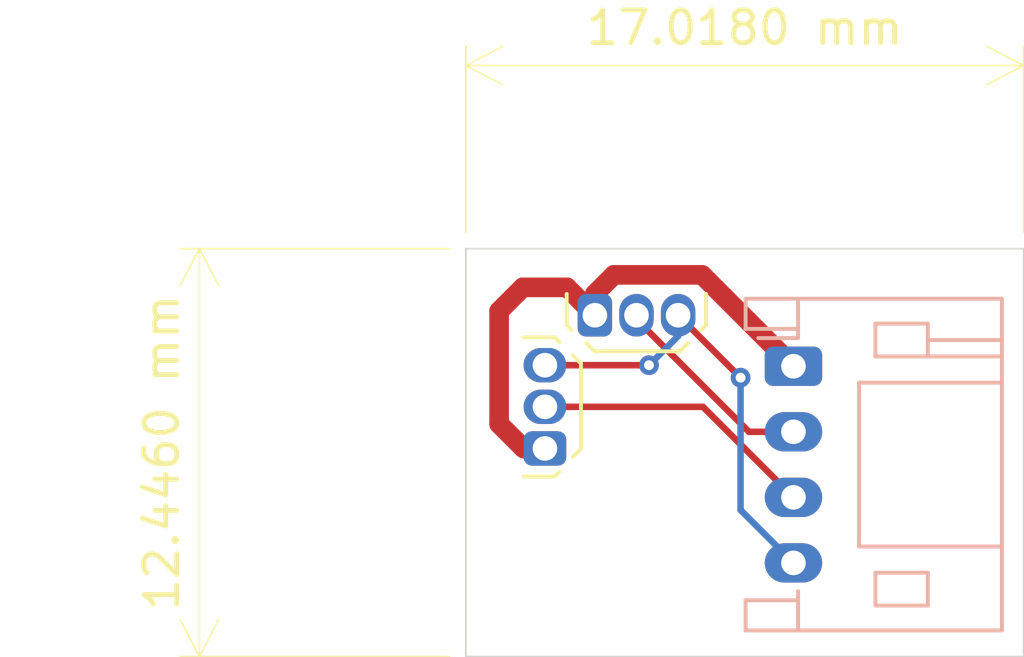
<source format=kicad_pcb>
(kicad_pcb (version 20240108) (generator "pcbnew") (generator_version "8.0")
  (layers (0 "F.Cu" signal) (31 "B.Cu" signal) (34 "B.Paste" user) (35 "F.Paste" user) (36 "B.SilkS" user "B.Silkscreen") (37 "F.SilkS" user "F.Silkscreen") (38 "B.Mask" user) (39 "F.Mask" user) (44 "Edge.Cuts" user))
  (net 0 "")
  (net 1 "Net-(J3-Pin_2)")
  (net 2 "+5V")
  (net 3 "GND")
  (net 4 "Net-(J3-Pin_3)")
  (footprint "Package_TO_SOT_THT:TO-92Flat" (layer "F.Cu") (at 148.463 73.914)
    (property "Reference" "U1" (hide yes))
    (property "Value" "A1101ELHL" (hide yes))
    (fp_line (start -0.86 0.3) (end -0.86 -0.65) (stroke (width 0.12)) (layer "F.SilkS"))
    (fp_line (start -0.71 0.45) (end -0.86 0.3) (stroke (width 0.12)) (layer "F.SilkS"))
    (fp_line (start -0.01 1.1) (end -0.26 0.85) (stroke (width 0.12)) (layer "F.SilkS"))
    (fp_line (start -0.01 1.1) (end 2.59 1.1) (stroke (width 0.12)) (layer "F.SilkS"))
    (fp_line (start 2.59 1.1) (end 2.84 0.85) (stroke (width 0.12)) (layer "F.SilkS"))
    (fp_line (start 3.24 0.45) (end 3.39 0.3) (stroke (width 0.12)) (layer "F.SilkS"))
    (fp_line (start 3.39 -0.65) (end 3.39 0.3) (stroke (width 0.12)) (layer "F.SilkS"))
    (pad "1" thru_hole roundrect (at 0 0) (size 1.05 1.3) (drill 0.75) (layers "*.Cu" "*.Mask") (roundrect_rratio 0.238) (net 2 "+5V"))
    (pad "2" thru_hole oval (at 1.27 0) (size 1.05 1.3) (drill 0.75) (layers "*.Cu" "*.Mask") (net 1 "Net-(J3-Pin_2)"))
    (pad "3" thru_hole oval (at 2.54 0) (size 1.05 1.3) (drill 0.75) (layers "*.Cu" "*.Mask") (net 3 "GND"))
  )
  (footprint "MountingHole:MountingHole_2.2mm_M2" (layer "F.Cu") (at 150.114 79.756)
    (property "Reference" "H1" (hide yes))
    (property "Value" "MountingHole" (hide yes))
    (pad "" np_thru_hole circle (at 0 0) (size 2.2 2.2) (drill 2.2) (layers "*.Cu" "*.Mask"))
  )
  (footprint "Package_TO_SOT_THT:TO-92Flat" (layer "F.Cu") (at 146.939 77.978 90)
    (property "Reference" "U2" (hide yes))
    (property "Value" "A1101ELHL" (hide yes))
    (fp_line (start 3.39 -0.65) (end 3.39 0.3) (stroke (width 0.12)) (layer "F.SilkS"))
    (fp_line (start -0.86 0.3) (end -0.86 -0.65) (stroke (width 0.12)) (layer "F.SilkS"))
    (fp_line (start 3.24 0.45) (end 3.39 0.3) (stroke (width 0.12)) (layer "F.SilkS"))
    (fp_line (start -0.71 0.45) (end -0.86 0.3) (stroke (width 0.12)) (layer "F.SilkS"))
    (fp_line (start 2.59 1.1) (end 2.84 0.85) (stroke (width 0.12)) (layer "F.SilkS"))
    (fp_line (start -0.01 1.1) (end -0.26 0.85) (stroke (width 0.12)) (layer "F.SilkS"))
    (fp_line (start -0.01 1.1) (end 2.59 1.1) (stroke (width 0.12)) (layer "F.SilkS"))
    (pad "1" thru_hole roundrect (at 0 0 90) (size 1.05 1.3) (drill 0.75) (layers "*.Cu" "*.Mask") (roundrect_rratio 0.238) (net 2 "+5V"))
    (pad "2" thru_hole oval (at 1.27 0 90) (size 1.05 1.3) (drill 0.75) (layers "*.Cu" "*.Mask") (net 4 "Net-(J3-Pin_3)"))
    (pad "3" thru_hole oval (at 2.54 0 90) (size 1.05 1.3) (drill 0.75) (layers "*.Cu" "*.Mask") (net 3 "GND"))
  )
  (footprint "Connector_JST:JST_PH_S4B-PH-K_1x04_P2.00mm_Horizontal" (layer "B.Cu") (at 154.522 75.47 -90)
    (property "Reference" "J3" (hide yes))
    (property "Value" "Conn_01x04_Socket" (hide yes))
    (fp_line (start -2.06 1.46) (end -1.14 1.46) (stroke (width 0.12)) (layer "B.SilkS"))
    (fp_line (start -1.14 1.46) (end -1.14 -0.14) (stroke (width 0.12)) (layer "B.SilkS"))
    (fp_line (start 7.14 1.46) (end 8.06 1.46) (stroke (width 0.12)) (layer "B.SilkS"))
    (fp_line (start 8.06 1.46) (end 8.06 -6.36) (stroke (width 0.12)) (layer "B.SilkS"))
    (fp_line (start -0.86 1.075) (end -0.86 -0.14) (stroke (width 0.12)) (layer "B.SilkS"))
    (fp_line (start -1.14 -0.14) (end -2.06 -0.14) (stroke (width 0.12)) (layer "B.SilkS"))
    (fp_line (start -1.14 -0.14) (end -0.86 -0.14) (stroke (width 0.12)) (layer "B.SilkS"))
    (fp_line (start 6.86 -0.14) (end 7.14 -0.14) (stroke (width 0.12)) (layer "B.SilkS"))
    (fp_line (start 7.14 -0.14) (end 7.14 1.46) (stroke (width 0.12)) (layer "B.SilkS"))
    (fp_line (start 7.14 -0.14) (end 8.06 -0.14) (stroke (width 0.12)) (layer "B.SilkS"))
    (fp_line (start 0.5 -2) (end 0.5 -6.36) (stroke (width 0.12)) (layer "B.SilkS"))
    (fp_line (start 5.5 -2) (end 0.5 -2) (stroke (width 0.12)) (layer "B.SilkS"))
    (fp_line (start -1.3 -2.5) (end -0.3 -2.5) (stroke (width 0.12)) (layer "B.SilkS"))
    (fp_line (start -0.3 -2.5) (end -0.3 -4.1) (stroke (width 0.12)) (layer "B.SilkS"))
    (fp_line (start 6.3 -2.5) (end 6.3 -4.1) (stroke (width 0.12)) (layer "B.SilkS"))
    (fp_line (start 7.3 -2.5) (end 6.3 -2.5) (stroke (width 0.12)) (layer "B.SilkS"))
    (fp_line (start -1.3 -4.1) (end -1.3 -2.5) (stroke (width 0.12)) (layer "B.SilkS"))
    (fp_line (start -0.3 -4.1) (end -1.3 -4.1) (stroke (width 0.12)) (layer "B.SilkS"))
    (fp_line (start 6.3 -4.1) (end 7.3 -4.1) (stroke (width 0.12)) (layer "B.SilkS"))
    (fp_line (start 7.3 -4.1) (end 7.3 -2.5) (stroke (width 0.12)) (layer "B.SilkS"))
    (fp_line (start -2.06 -6.36) (end -2.06 1.46) (stroke (width 0.12)) (layer "B.SilkS"))
    (fp_line (start -0.8 -6.36) (end -0.8 -4.1) (stroke (width 0.12)) (layer "B.SilkS"))
    (fp_line (start -0.3 -6.36) (end -0.3 -4.1) (stroke (width 0.12)) (layer "B.SilkS"))
    (fp_line (start 5.5 -6.36) (end 5.5 -2) (stroke (width 0.12)) (layer "B.SilkS"))
    (fp_line (start 8.06 -6.36) (end -2.06 -6.36) (stroke (width 0.12)) (layer "B.SilkS"))
    (pad "1" thru_hole roundrect (at 0 0 270) (size 1.2 1.75) (drill 0.75) (layers "*.Cu" "*.Mask") (roundrect_rratio 0.208333) (net 2 "+5V"))
    (pad "2" thru_hole oval (at 2 0 270) (size 1.2 1.75) (drill 0.75) (layers "*.Cu" "*.Mask") (net 1 "Net-(J3-Pin_2)"))
    (pad "3" thru_hole oval (at 4 0 270) (size 1.2 1.75) (drill 0.75) (layers "*.Cu" "*.Mask") (net 4 "Net-(J3-Pin_3)"))
    (pad "4" thru_hole oval (at 6 0 270) (size 1.2 1.75) (drill 0.75) (layers "*.Cu" "*.Mask") (net 3 "GND"))
  )
  (gr_line (start 161.544 71.882) (end 144.526 71.882) (stroke (width 0.05)) (layer "Edge.Cuts"))
  (gr_line (start 161.544 71.882) (end 161.544 84.328) (stroke (width 0.05)) (layer "Edge.Cuts"))
  (gr_line (start 144.526 84.328) (end 161.544 84.328) (stroke (width 0.05)) (layer "Edge.Cuts"))
  (gr_line (start 144.526 84.328) (end 144.526 71.882) (stroke (width 0.05)) (layer "Edge.Cuts"))
  (dimension (type aligned) (layer "F.SilkS") (pts (xy 144.526 71.882) (xy 161.544 71.882)) (height -5.588) (gr_text "17.0180 mm" (at 153.035 65.144 0) (layer "F.SilkS") (effects (font (size 1 1) (thickness 0.15)))) (format (prefix "") (suffix "") (units 3) (units_format 1) (precision 4)) (style (thickness 0.05) (arrow_length 1.27) (text_position_mode 0) (extension_height 0.58642) (extension_offset 0.5) keep_text_aligned))
  (dimension (type aligned) (layer "F.SilkS") (pts (xy 144.526 71.882) (xy 144.526 84.328)) (height 8.128) (gr_text "12.4460 mm" (at 135.248 78.105 90) (layer "F.SilkS") (effects (font (size 1 1) (thickness 0.15)))) (format (prefix "") (suffix "") (units 3) (units_format 1) (precision 4)) (style (thickness 0.05) (arrow_length 1.27) (text_position_mode 0) (extension_height 0.58642) (extension_offset 0.5) keep_text_aligned))
  (segment (start 149.733 73.914) (end 149.733 74.039) (width 0.2) (layer "F.Cu") (net 1))
  (segment (start 153.164 77.47) (end 154.522 77.47) (width 0.2) (layer "F.Cu") (net 1))
  (segment (start 149.733 74.039) (end 153.164 77.47) (width 0.2) (layer "F.Cu") (net 1))
  (segment (start 147.612 73.063) (end 146.266 73.063) (width 0.6) (layer "F.Cu") (net 2))
  (segment (start 148.463 73.264) (end 149.045 72.682) (width 0.6) (layer "F.Cu") (net 2))
  (segment (start 148.463 73.914) (end 148.463 73.264) (width 0.6) (layer "F.Cu") (net 2))
  (segment (start 146.289 77.978) (end 146.939 77.978) (width 0.6) (layer "F.Cu") (net 2))
  (segment (start 149.045 72.682) (end 151.734 72.682) (width 0.6) (layer "F.Cu") (net 2))
  (segment (start 145.542 73.787) (end 145.542 77.231) (width 0.6) (layer "F.Cu") (net 2))
  (segment (start 148.463 73.914) (end 147.612 73.063) (width 0.6) (layer "F.Cu") (net 2))
  (segment (start 146.266 73.063) (end 145.542 73.787) (width 0.6) (layer "F.Cu") (net 2))
  (segment (start 151.734 72.682) (end 154.522 75.47) (width 0.6) (layer "F.Cu") (net 2))
  (segment (start 145.542 77.231) (end 146.289 77.978) (width 0.6) (layer "F.Cu") (net 2))
  (segment (start 151.003 73.914) (end 152.908 75.819) (width 0.2) (layer "F.Cu") (net 3))
  (segment (start 150.114 75.438) (end 146.939 75.438) (width 0.2) (layer "F.Cu") (net 3))
  (via (at 150.114 75.438) (size 0.6) (drill 0.3) (layers "F.Cu" "B.Cu") (net 3))
  (via (at 152.908 75.819) (size 0.6) (drill 0.3) (layers "F.Cu" "B.Cu") (net 3))
  (segment (start 152.908 79.856) (end 154.522 81.47) (width 0.2) (layer "B.Cu") (net 3))
  (segment (start 150.114 75.438) (end 151.003 74.549) (width 0.2) (layer "B.Cu") (net 3))
  (segment (start 152.908 75.819) (end 152.908 79.856) (width 0.2) (layer "B.Cu") (net 3))
  (segment (start 151.003 74.549) (end 151.003 73.914) (width 0.2) (layer "B.Cu") (net 3))
  (segment (start 151.76 76.708) (end 154.522 79.47) (width 0.2) (layer "F.Cu") (net 4))
  (segment (start 146.939 76.708) (end 151.76 76.708) (width 0.2) (layer "F.Cu") (net 4))
)
</source>
